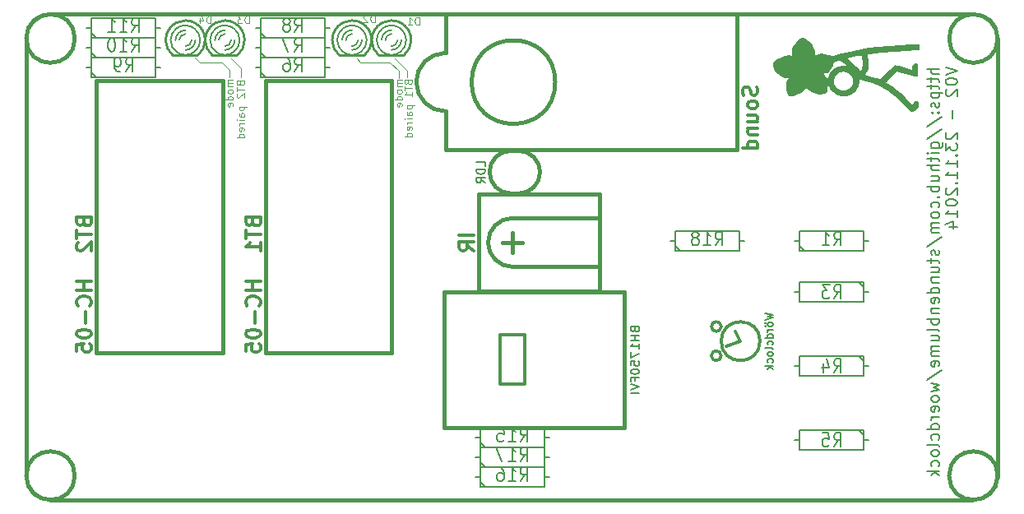
<source format=gbo>
G04 (created by PCBNEW (2013-jul-07)-stable) date So 23 Nov 2014 23:25:05 CET*
%MOIN*%
G04 Gerber Fmt 3.4, Leading zero omitted, Abs format*
%FSLAX34Y34*%
G01*
G70*
G90*
G04 APERTURE LIST*
%ADD10C,0.00590551*%
%ADD11C,0.00393701*%
%ADD12C,0.00787402*%
%ADD13C,0.015*%
%ADD14C,0.011811*%
%ADD15C,0.0001*%
%ADD16C,0.01*%
%ADD17C,0.006*%
%ADD18C,0.008*%
%ADD19C,0.0035*%
%ADD20C,0.012*%
G04 APERTURE END LIST*
G54D10*
G54D11*
X17050Y-11950D02*
X16850Y-11750D01*
X17950Y-11950D02*
X17050Y-11950D01*
X18250Y-12250D02*
X17950Y-11950D01*
X23550Y-11950D02*
X23400Y-11800D01*
X25450Y-12300D02*
X24950Y-11800D01*
X18700Y-12200D02*
X18300Y-11800D01*
X18700Y-12550D02*
X18700Y-12200D01*
X18250Y-12550D02*
X18250Y-12250D01*
X25450Y-12550D02*
X25450Y-12300D01*
X24750Y-11950D02*
X23550Y-11950D01*
X25100Y-12300D02*
X24750Y-11950D01*
X25100Y-12600D02*
X25100Y-12300D01*
G54D12*
X46991Y-12212D02*
X46518Y-12212D01*
X46991Y-12414D02*
X46743Y-12414D01*
X46698Y-12392D01*
X46676Y-12347D01*
X46676Y-12279D01*
X46698Y-12234D01*
X46721Y-12212D01*
X46676Y-12572D02*
X46676Y-12752D01*
X46518Y-12639D02*
X46923Y-12639D01*
X46968Y-12662D01*
X46991Y-12707D01*
X46991Y-12752D01*
X46676Y-12842D02*
X46676Y-13022D01*
X46518Y-12909D02*
X46923Y-12909D01*
X46968Y-12932D01*
X46991Y-12977D01*
X46991Y-13022D01*
X46676Y-13179D02*
X47148Y-13179D01*
X46698Y-13179D02*
X46676Y-13224D01*
X46676Y-13314D01*
X46698Y-13359D01*
X46721Y-13382D01*
X46766Y-13404D01*
X46901Y-13404D01*
X46946Y-13382D01*
X46968Y-13359D01*
X46991Y-13314D01*
X46991Y-13224D01*
X46968Y-13179D01*
X46968Y-13584D02*
X46991Y-13629D01*
X46991Y-13719D01*
X46968Y-13764D01*
X46923Y-13787D01*
X46901Y-13787D01*
X46856Y-13764D01*
X46833Y-13719D01*
X46833Y-13652D01*
X46811Y-13607D01*
X46766Y-13584D01*
X46743Y-13584D01*
X46698Y-13607D01*
X46676Y-13652D01*
X46676Y-13719D01*
X46698Y-13764D01*
X46946Y-13989D02*
X46968Y-14012D01*
X46991Y-13989D01*
X46968Y-13967D01*
X46946Y-13989D01*
X46991Y-13989D01*
X46698Y-13989D02*
X46721Y-14012D01*
X46743Y-13989D01*
X46721Y-13967D01*
X46698Y-13989D01*
X46743Y-13989D01*
X46496Y-14552D02*
X47103Y-14147D01*
X46496Y-15047D02*
X47103Y-14642D01*
X46676Y-15407D02*
X47058Y-15407D01*
X47103Y-15384D01*
X47126Y-15362D01*
X47148Y-15317D01*
X47148Y-15249D01*
X47126Y-15204D01*
X46968Y-15407D02*
X46991Y-15362D01*
X46991Y-15272D01*
X46968Y-15227D01*
X46946Y-15204D01*
X46901Y-15182D01*
X46766Y-15182D01*
X46721Y-15204D01*
X46698Y-15227D01*
X46676Y-15272D01*
X46676Y-15362D01*
X46698Y-15407D01*
X46991Y-15632D02*
X46676Y-15632D01*
X46518Y-15632D02*
X46541Y-15609D01*
X46563Y-15632D01*
X46541Y-15654D01*
X46518Y-15632D01*
X46563Y-15632D01*
X46676Y-15789D02*
X46676Y-15969D01*
X46518Y-15857D02*
X46923Y-15857D01*
X46968Y-15879D01*
X46991Y-15924D01*
X46991Y-15969D01*
X46991Y-16126D02*
X46518Y-16126D01*
X46991Y-16329D02*
X46743Y-16329D01*
X46698Y-16306D01*
X46676Y-16261D01*
X46676Y-16194D01*
X46698Y-16149D01*
X46721Y-16126D01*
X46676Y-16756D02*
X46991Y-16756D01*
X46676Y-16554D02*
X46923Y-16554D01*
X46968Y-16576D01*
X46991Y-16621D01*
X46991Y-16689D01*
X46968Y-16734D01*
X46946Y-16756D01*
X46991Y-16981D02*
X46518Y-16981D01*
X46698Y-16981D02*
X46676Y-17026D01*
X46676Y-17116D01*
X46698Y-17161D01*
X46721Y-17184D01*
X46766Y-17206D01*
X46901Y-17206D01*
X46946Y-17184D01*
X46968Y-17161D01*
X46991Y-17116D01*
X46991Y-17026D01*
X46968Y-16981D01*
X46946Y-17409D02*
X46968Y-17431D01*
X46991Y-17409D01*
X46968Y-17386D01*
X46946Y-17409D01*
X46991Y-17409D01*
X46968Y-17836D02*
X46991Y-17791D01*
X46991Y-17701D01*
X46968Y-17656D01*
X46946Y-17634D01*
X46901Y-17611D01*
X46766Y-17611D01*
X46721Y-17634D01*
X46698Y-17656D01*
X46676Y-17701D01*
X46676Y-17791D01*
X46698Y-17836D01*
X46991Y-18106D02*
X46968Y-18061D01*
X46946Y-18039D01*
X46901Y-18016D01*
X46766Y-18016D01*
X46721Y-18039D01*
X46698Y-18061D01*
X46676Y-18106D01*
X46676Y-18174D01*
X46698Y-18219D01*
X46721Y-18241D01*
X46766Y-18264D01*
X46901Y-18264D01*
X46946Y-18241D01*
X46968Y-18219D01*
X46991Y-18174D01*
X46991Y-18106D01*
X46991Y-18466D02*
X46676Y-18466D01*
X46721Y-18466D02*
X46698Y-18489D01*
X46676Y-18534D01*
X46676Y-18601D01*
X46698Y-18646D01*
X46743Y-18669D01*
X46991Y-18669D01*
X46743Y-18669D02*
X46698Y-18691D01*
X46676Y-18736D01*
X46676Y-18804D01*
X46698Y-18849D01*
X46743Y-18871D01*
X46991Y-18871D01*
X46496Y-19434D02*
X47103Y-19029D01*
X46968Y-19569D02*
X46991Y-19614D01*
X46991Y-19704D01*
X46968Y-19749D01*
X46923Y-19771D01*
X46901Y-19771D01*
X46856Y-19749D01*
X46833Y-19704D01*
X46833Y-19636D01*
X46811Y-19591D01*
X46766Y-19569D01*
X46743Y-19569D01*
X46698Y-19591D01*
X46676Y-19636D01*
X46676Y-19704D01*
X46698Y-19749D01*
X46676Y-19906D02*
X46676Y-20086D01*
X46518Y-19974D02*
X46923Y-19974D01*
X46968Y-19996D01*
X46991Y-20041D01*
X46991Y-20086D01*
X46676Y-20446D02*
X46991Y-20446D01*
X46676Y-20243D02*
X46923Y-20243D01*
X46968Y-20266D01*
X46991Y-20311D01*
X46991Y-20378D01*
X46968Y-20423D01*
X46946Y-20446D01*
X46676Y-20671D02*
X46991Y-20671D01*
X46721Y-20671D02*
X46698Y-20693D01*
X46676Y-20738D01*
X46676Y-20806D01*
X46698Y-20851D01*
X46743Y-20873D01*
X46991Y-20873D01*
X46991Y-21301D02*
X46518Y-21301D01*
X46968Y-21301D02*
X46991Y-21256D01*
X46991Y-21166D01*
X46968Y-21121D01*
X46946Y-21098D01*
X46901Y-21076D01*
X46766Y-21076D01*
X46721Y-21098D01*
X46698Y-21121D01*
X46676Y-21166D01*
X46676Y-21256D01*
X46698Y-21301D01*
X46968Y-21706D02*
X46991Y-21661D01*
X46991Y-21571D01*
X46968Y-21526D01*
X46923Y-21503D01*
X46743Y-21503D01*
X46698Y-21526D01*
X46676Y-21571D01*
X46676Y-21661D01*
X46698Y-21706D01*
X46743Y-21728D01*
X46788Y-21728D01*
X46833Y-21503D01*
X46676Y-21931D02*
X46991Y-21931D01*
X46721Y-21931D02*
X46698Y-21953D01*
X46676Y-21998D01*
X46676Y-22066D01*
X46698Y-22111D01*
X46743Y-22133D01*
X46991Y-22133D01*
X46991Y-22358D02*
X46518Y-22358D01*
X46698Y-22358D02*
X46676Y-22403D01*
X46676Y-22493D01*
X46698Y-22538D01*
X46721Y-22561D01*
X46766Y-22583D01*
X46901Y-22583D01*
X46946Y-22561D01*
X46968Y-22538D01*
X46991Y-22493D01*
X46991Y-22403D01*
X46968Y-22358D01*
X46991Y-22853D02*
X46968Y-22808D01*
X46923Y-22786D01*
X46518Y-22786D01*
X46676Y-23236D02*
X46991Y-23236D01*
X46676Y-23033D02*
X46923Y-23033D01*
X46968Y-23056D01*
X46991Y-23101D01*
X46991Y-23168D01*
X46968Y-23213D01*
X46946Y-23236D01*
X46991Y-23461D02*
X46676Y-23461D01*
X46721Y-23461D02*
X46698Y-23483D01*
X46676Y-23528D01*
X46676Y-23596D01*
X46698Y-23641D01*
X46743Y-23663D01*
X46991Y-23663D01*
X46743Y-23663D02*
X46698Y-23686D01*
X46676Y-23731D01*
X46676Y-23798D01*
X46698Y-23843D01*
X46743Y-23866D01*
X46991Y-23866D01*
X46968Y-24270D02*
X46991Y-24225D01*
X46991Y-24135D01*
X46968Y-24090D01*
X46923Y-24068D01*
X46743Y-24068D01*
X46698Y-24090D01*
X46676Y-24135D01*
X46676Y-24225D01*
X46698Y-24270D01*
X46743Y-24293D01*
X46788Y-24293D01*
X46833Y-24068D01*
X46496Y-24833D02*
X47103Y-24428D01*
X46676Y-24945D02*
X46991Y-25035D01*
X46766Y-25125D01*
X46991Y-25215D01*
X46676Y-25305D01*
X46991Y-25553D02*
X46968Y-25508D01*
X46946Y-25485D01*
X46901Y-25463D01*
X46766Y-25463D01*
X46721Y-25485D01*
X46698Y-25508D01*
X46676Y-25553D01*
X46676Y-25620D01*
X46698Y-25665D01*
X46721Y-25688D01*
X46766Y-25710D01*
X46901Y-25710D01*
X46946Y-25688D01*
X46968Y-25665D01*
X46991Y-25620D01*
X46991Y-25553D01*
X46968Y-26093D02*
X46991Y-26048D01*
X46991Y-25958D01*
X46968Y-25913D01*
X46923Y-25890D01*
X46743Y-25890D01*
X46698Y-25913D01*
X46676Y-25958D01*
X46676Y-26048D01*
X46698Y-26093D01*
X46743Y-26115D01*
X46788Y-26115D01*
X46833Y-25890D01*
X46991Y-26318D02*
X46676Y-26318D01*
X46766Y-26318D02*
X46721Y-26340D01*
X46698Y-26363D01*
X46676Y-26408D01*
X46676Y-26453D01*
X46991Y-26813D02*
X46518Y-26813D01*
X46968Y-26813D02*
X46991Y-26768D01*
X46991Y-26678D01*
X46968Y-26633D01*
X46946Y-26610D01*
X46901Y-26588D01*
X46766Y-26588D01*
X46721Y-26610D01*
X46698Y-26633D01*
X46676Y-26678D01*
X46676Y-26768D01*
X46698Y-26813D01*
X46968Y-27240D02*
X46991Y-27195D01*
X46991Y-27105D01*
X46968Y-27060D01*
X46946Y-27038D01*
X46901Y-27015D01*
X46766Y-27015D01*
X46721Y-27038D01*
X46698Y-27060D01*
X46676Y-27105D01*
X46676Y-27195D01*
X46698Y-27240D01*
X46991Y-27510D02*
X46968Y-27465D01*
X46923Y-27443D01*
X46518Y-27443D01*
X46991Y-27758D02*
X46968Y-27713D01*
X46946Y-27690D01*
X46901Y-27668D01*
X46766Y-27668D01*
X46721Y-27690D01*
X46698Y-27713D01*
X46676Y-27758D01*
X46676Y-27825D01*
X46698Y-27870D01*
X46721Y-27893D01*
X46766Y-27915D01*
X46901Y-27915D01*
X46946Y-27893D01*
X46968Y-27870D01*
X46991Y-27825D01*
X46991Y-27758D01*
X46968Y-28320D02*
X46991Y-28275D01*
X46991Y-28185D01*
X46968Y-28140D01*
X46946Y-28117D01*
X46901Y-28095D01*
X46766Y-28095D01*
X46721Y-28117D01*
X46698Y-28140D01*
X46676Y-28185D01*
X46676Y-28275D01*
X46698Y-28320D01*
X46991Y-28522D02*
X46518Y-28522D01*
X46811Y-28567D02*
X46991Y-28702D01*
X46676Y-28702D02*
X46856Y-28522D01*
X47258Y-12144D02*
X47731Y-12302D01*
X47258Y-12459D01*
X47258Y-12707D02*
X47258Y-12752D01*
X47281Y-12797D01*
X47303Y-12819D01*
X47348Y-12842D01*
X47438Y-12864D01*
X47551Y-12864D01*
X47641Y-12842D01*
X47686Y-12819D01*
X47708Y-12797D01*
X47731Y-12752D01*
X47731Y-12707D01*
X47708Y-12662D01*
X47686Y-12639D01*
X47641Y-12617D01*
X47551Y-12594D01*
X47438Y-12594D01*
X47348Y-12617D01*
X47303Y-12639D01*
X47281Y-12662D01*
X47258Y-12707D01*
X47303Y-13044D02*
X47281Y-13067D01*
X47258Y-13112D01*
X47258Y-13224D01*
X47281Y-13269D01*
X47303Y-13292D01*
X47348Y-13314D01*
X47393Y-13314D01*
X47461Y-13292D01*
X47731Y-13022D01*
X47731Y-13314D01*
X47551Y-13877D02*
X47551Y-14237D01*
X47303Y-14799D02*
X47281Y-14822D01*
X47258Y-14867D01*
X47258Y-14979D01*
X47281Y-15024D01*
X47303Y-15047D01*
X47348Y-15069D01*
X47393Y-15069D01*
X47461Y-15047D01*
X47731Y-14777D01*
X47731Y-15069D01*
X47258Y-15227D02*
X47258Y-15519D01*
X47438Y-15362D01*
X47438Y-15429D01*
X47461Y-15474D01*
X47483Y-15497D01*
X47528Y-15519D01*
X47641Y-15519D01*
X47686Y-15497D01*
X47708Y-15474D01*
X47731Y-15429D01*
X47731Y-15294D01*
X47708Y-15249D01*
X47686Y-15227D01*
X47686Y-15722D02*
X47708Y-15744D01*
X47731Y-15722D01*
X47708Y-15699D01*
X47686Y-15722D01*
X47731Y-15722D01*
X47731Y-16194D02*
X47731Y-15924D01*
X47731Y-16059D02*
X47258Y-16059D01*
X47326Y-16014D01*
X47371Y-15969D01*
X47393Y-15924D01*
X47731Y-16644D02*
X47731Y-16374D01*
X47731Y-16509D02*
X47258Y-16509D01*
X47326Y-16464D01*
X47371Y-16419D01*
X47393Y-16374D01*
X47686Y-16846D02*
X47708Y-16869D01*
X47731Y-16846D01*
X47708Y-16824D01*
X47686Y-16846D01*
X47731Y-16846D01*
X47303Y-17049D02*
X47281Y-17071D01*
X47258Y-17116D01*
X47258Y-17229D01*
X47281Y-17274D01*
X47303Y-17296D01*
X47348Y-17319D01*
X47393Y-17319D01*
X47461Y-17296D01*
X47731Y-17026D01*
X47731Y-17319D01*
X47258Y-17611D02*
X47258Y-17656D01*
X47281Y-17701D01*
X47303Y-17724D01*
X47348Y-17746D01*
X47438Y-17769D01*
X47551Y-17769D01*
X47641Y-17746D01*
X47686Y-17724D01*
X47708Y-17701D01*
X47731Y-17656D01*
X47731Y-17611D01*
X47708Y-17566D01*
X47686Y-17544D01*
X47641Y-17521D01*
X47551Y-17499D01*
X47438Y-17499D01*
X47348Y-17521D01*
X47303Y-17544D01*
X47281Y-17566D01*
X47258Y-17611D01*
X47731Y-18219D02*
X47731Y-17949D01*
X47731Y-18084D02*
X47258Y-18084D01*
X47326Y-18039D01*
X47371Y-17994D01*
X47393Y-17949D01*
X47416Y-18624D02*
X47731Y-18624D01*
X47236Y-18511D02*
X47573Y-18399D01*
X47573Y-18691D01*
G54D13*
X10000Y-28700D02*
X10000Y-10984D01*
X48346Y-29685D02*
X10984Y-29685D01*
X49370Y-10984D02*
X49370Y-28740D01*
X10984Y-10000D02*
X48385Y-10000D01*
X48346Y-29685D02*
G75*
G03X49370Y-28740I39J984D01*
G74*
G01*
X49370Y-10984D02*
G75*
G03X48385Y-10000I-984J0D01*
G74*
G01*
X10984Y-10000D02*
G75*
G03X10000Y-10984I0J-984D01*
G74*
G01*
X10000Y-28700D02*
G75*
G03X10984Y-29685I984J0D01*
G74*
G01*
G54D14*
X29200Y-23000D02*
X30200Y-23000D01*
X30200Y-23000D02*
X30200Y-25000D01*
X30200Y-25000D02*
X29200Y-25000D01*
X29200Y-25000D02*
X29200Y-23000D01*
G54D13*
X26950Y-21250D02*
X34250Y-21250D01*
X34250Y-21250D02*
X34250Y-26750D01*
X34250Y-26750D02*
X26950Y-26750D01*
X26950Y-26750D02*
X26950Y-21250D01*
G54D14*
X38162Y-22659D02*
G75*
G03X38162Y-22659I-196J0D01*
G74*
G01*
X38162Y-23840D02*
G75*
G03X38162Y-23840I-196J0D01*
G74*
G01*
X38950Y-23250D02*
X38753Y-22856D01*
X38950Y-23250D02*
X38359Y-23446D01*
X39737Y-23250D02*
G75*
G03X39737Y-23250I-787J0D01*
G74*
G01*
G54D15*
G36*
X41437Y-10942D02*
X41495Y-10944D01*
X41570Y-10976D01*
X41579Y-10981D01*
X41715Y-11076D01*
X41832Y-11201D01*
X41920Y-11343D01*
X41970Y-11485D01*
X41972Y-11612D01*
X41967Y-11633D01*
X41955Y-11679D01*
X41973Y-11687D01*
X42032Y-11659D01*
X42045Y-11653D01*
X42209Y-11605D01*
X42398Y-11617D01*
X42515Y-11649D01*
X42581Y-11670D01*
X42640Y-11679D01*
X42710Y-11674D01*
X42805Y-11654D01*
X42943Y-11618D01*
X43004Y-11601D01*
X43241Y-11541D01*
X43524Y-11480D01*
X43831Y-11422D01*
X44142Y-11371D01*
X44278Y-11351D01*
X44418Y-11335D01*
X44605Y-11317D01*
X44826Y-11298D01*
X45064Y-11280D01*
X45303Y-11264D01*
X45529Y-11250D01*
X45726Y-11239D01*
X45879Y-11234D01*
X45924Y-11233D01*
X46217Y-11233D01*
X46217Y-11344D01*
X46217Y-11455D01*
X45525Y-11494D01*
X45288Y-11508D01*
X45046Y-11525D01*
X44818Y-11542D01*
X44620Y-11559D01*
X44474Y-11573D01*
X44115Y-11614D01*
X44119Y-11673D01*
X43866Y-11673D01*
X43832Y-11674D01*
X43751Y-11686D01*
X43642Y-11704D01*
X43524Y-11726D01*
X43414Y-11749D01*
X43331Y-11767D01*
X43293Y-11779D01*
X43293Y-11780D01*
X43311Y-11804D01*
X43369Y-11857D01*
X43397Y-11880D01*
X42967Y-11880D01*
X42903Y-11883D01*
X42805Y-11912D01*
X42743Y-11967D01*
X42698Y-12065D01*
X42688Y-12097D01*
X42636Y-12206D01*
X42554Y-12305D01*
X42463Y-12375D01*
X42382Y-12400D01*
X42346Y-12404D01*
X42343Y-12428D01*
X42376Y-12486D01*
X42393Y-12513D01*
X42467Y-12626D01*
X42527Y-12489D01*
X42578Y-12388D01*
X42630Y-12306D01*
X42644Y-12289D01*
X42761Y-12197D01*
X42916Y-12129D01*
X43080Y-12096D01*
X43108Y-12095D01*
X43264Y-12091D01*
X43132Y-11978D01*
X43040Y-11908D01*
X42967Y-11880D01*
X43397Y-11880D01*
X43441Y-11915D01*
X43550Y-12009D01*
X43653Y-12113D01*
X43700Y-12168D01*
X43762Y-12243D01*
X43807Y-12290D01*
X43820Y-12299D01*
X43858Y-12271D01*
X43885Y-12190D01*
X43898Y-12069D01*
X43894Y-11920D01*
X43894Y-11917D01*
X43883Y-11800D01*
X43874Y-11713D01*
X43866Y-11674D01*
X43866Y-11673D01*
X44119Y-11673D01*
X44137Y-11900D01*
X44146Y-12047D01*
X44144Y-12150D01*
X44129Y-12228D01*
X44099Y-12303D01*
X44088Y-12325D01*
X44083Y-12333D01*
X43135Y-12333D01*
X42986Y-12361D01*
X42864Y-12436D01*
X42778Y-12546D01*
X42737Y-12676D01*
X42752Y-12816D01*
X42761Y-12842D01*
X42845Y-12973D01*
X42957Y-13055D01*
X43085Y-13092D01*
X43216Y-13086D01*
X43338Y-13038D01*
X43436Y-12952D01*
X43500Y-12829D01*
X43517Y-12710D01*
X43507Y-12610D01*
X43470Y-12531D01*
X43399Y-12451D01*
X43313Y-12376D01*
X43235Y-12342D01*
X43135Y-12333D01*
X44083Y-12333D01*
X44017Y-12463D01*
X44306Y-12551D01*
X44594Y-12639D01*
X44881Y-12353D01*
X44996Y-12242D01*
X45098Y-12152D01*
X45175Y-12090D01*
X45217Y-12067D01*
X45269Y-12077D01*
X45368Y-12101D01*
X45498Y-12137D01*
X45592Y-12164D01*
X45917Y-12260D01*
X45917Y-12148D01*
X45937Y-12053D01*
X45989Y-11993D01*
X46056Y-11979D01*
X46104Y-12003D01*
X46131Y-12047D01*
X46144Y-12128D01*
X46144Y-12260D01*
X46143Y-12280D01*
X46135Y-12406D01*
X46122Y-12480D01*
X46100Y-12516D01*
X46071Y-12528D01*
X46016Y-12524D01*
X45912Y-12503D01*
X45775Y-12470D01*
X45643Y-12433D01*
X45276Y-12326D01*
X45063Y-12537D01*
X44969Y-12632D01*
X44897Y-12709D01*
X44856Y-12757D01*
X44851Y-12766D01*
X44878Y-12790D01*
X44950Y-12838D01*
X45053Y-12903D01*
X45104Y-12933D01*
X45312Y-13078D01*
X45533Y-13271D01*
X45638Y-13375D01*
X45747Y-13487D01*
X45839Y-13580D01*
X45903Y-13642D01*
X45932Y-13667D01*
X45947Y-13639D01*
X45956Y-13592D01*
X45989Y-13529D01*
X46056Y-13507D01*
X46134Y-13521D01*
X46172Y-13586D01*
X46172Y-13705D01*
X46165Y-13750D01*
X46113Y-13859D01*
X46019Y-13938D01*
X45905Y-13967D01*
X45865Y-13944D01*
X45790Y-13880D01*
X45689Y-13786D01*
X45572Y-13668D01*
X45528Y-13623D01*
X45213Y-13325D01*
X44890Y-13088D01*
X44548Y-12903D01*
X44193Y-12770D01*
X44048Y-12725D01*
X43925Y-12687D01*
X43838Y-12659D01*
X43807Y-12648D01*
X43775Y-12656D01*
X43759Y-12715D01*
X43756Y-12767D01*
X43725Y-12936D01*
X43642Y-13084D01*
X43536Y-13194D01*
X43379Y-13290D01*
X43202Y-13332D01*
X43018Y-13324D01*
X42842Y-13269D01*
X42688Y-13168D01*
X42572Y-13025D01*
X42555Y-12995D01*
X42484Y-12850D01*
X42484Y-12985D01*
X42472Y-13114D01*
X42429Y-13194D01*
X42346Y-13234D01*
X42211Y-13242D01*
X42186Y-13242D01*
X41994Y-13219D01*
X41837Y-13171D01*
X41725Y-13103D01*
X41685Y-13052D01*
X41643Y-12974D01*
X41518Y-13099D01*
X41396Y-13193D01*
X41246Y-13272D01*
X41094Y-13322D01*
X40999Y-13333D01*
X40924Y-13310D01*
X40864Y-13263D01*
X40823Y-13180D01*
X40802Y-13056D01*
X40800Y-12914D01*
X40817Y-12777D01*
X40853Y-12668D01*
X40863Y-12651D01*
X40901Y-12590D01*
X40900Y-12571D01*
X40858Y-12581D01*
X40852Y-12583D01*
X40739Y-12586D01*
X40609Y-12536D01*
X40478Y-12438D01*
X40418Y-12377D01*
X40307Y-12225D01*
X40260Y-12091D01*
X40277Y-11976D01*
X40319Y-11914D01*
X40438Y-11819D01*
X40591Y-11740D01*
X40752Y-11687D01*
X40895Y-11672D01*
X40903Y-11672D01*
X41047Y-11684D01*
X41028Y-11544D01*
X41032Y-11410D01*
X41085Y-11279D01*
X41194Y-11141D01*
X41284Y-11053D01*
X41373Y-10977D01*
X41437Y-10942D01*
X41437Y-10942D01*
X41437Y-10942D01*
G37*
G54D16*
X25300Y-11670D02*
X24300Y-11670D01*
G54D17*
X24415Y-10589D02*
G75*
G02X24800Y-10450I384J-460D01*
G74*
G01*
X24800Y-10450D02*
G75*
G02X25197Y-10601I0J-599D01*
G74*
G01*
X24800Y-11649D02*
G75*
G02X24410Y-11505I0J599D01*
G74*
G01*
X25184Y-11510D02*
G75*
G02X24800Y-11650I-384J460D01*
G74*
G01*
X24450Y-11537D02*
G75*
G02X24200Y-11050I349J487D01*
G74*
G01*
X24200Y-11050D02*
G75*
G02X24439Y-10570I600J0D01*
G74*
G01*
X25399Y-11050D02*
G75*
G02X25168Y-11522I-599J0D01*
G74*
G01*
X25168Y-10576D02*
G75*
G02X25400Y-11050I-368J-473D01*
G74*
G01*
X24550Y-11050D02*
G75*
G02X24800Y-10800I250J0D01*
G74*
G01*
X24400Y-11050D02*
G75*
G02X24800Y-10650I400J0D01*
G74*
G01*
X25050Y-11050D02*
G75*
G02X24800Y-11300I-250J0D01*
G74*
G01*
X25200Y-11050D02*
G75*
G02X24800Y-11450I-400J0D01*
G74*
G01*
G54D16*
X24286Y-11663D02*
G75*
G02X24000Y-11050I513J613D01*
G74*
G01*
X24001Y-11050D02*
G75*
G02X24423Y-10345I799J0D01*
G74*
G01*
X25598Y-11051D02*
G75*
G02X25315Y-11660I-798J1D01*
G74*
G01*
X25197Y-10355D02*
G75*
G02X25600Y-11050I-397J-694D01*
G74*
G01*
X24420Y-10345D02*
G75*
G02X24800Y-10250I379J-704D01*
G74*
G01*
X24800Y-10250D02*
G75*
G02X25218Y-10368I0J-799D01*
G74*
G01*
X18550Y-11670D02*
X17550Y-11670D01*
G54D17*
X17665Y-10589D02*
G75*
G02X18050Y-10450I384J-460D01*
G74*
G01*
X18050Y-10450D02*
G75*
G02X18447Y-10601I0J-599D01*
G74*
G01*
X18050Y-11649D02*
G75*
G02X17660Y-11505I0J599D01*
G74*
G01*
X18434Y-11510D02*
G75*
G02X18050Y-11650I-384J460D01*
G74*
G01*
X17700Y-11537D02*
G75*
G02X17450Y-11050I349J487D01*
G74*
G01*
X17450Y-11050D02*
G75*
G02X17689Y-10570I600J0D01*
G74*
G01*
X18649Y-11050D02*
G75*
G02X18418Y-11522I-599J0D01*
G74*
G01*
X18418Y-10576D02*
G75*
G02X18650Y-11050I-368J-473D01*
G74*
G01*
X17800Y-11050D02*
G75*
G02X18050Y-10800I250J0D01*
G74*
G01*
X17650Y-11050D02*
G75*
G02X18050Y-10650I400J0D01*
G74*
G01*
X18300Y-11050D02*
G75*
G02X18050Y-11300I-250J0D01*
G74*
G01*
X18450Y-11050D02*
G75*
G02X18050Y-11450I-400J0D01*
G74*
G01*
G54D16*
X17536Y-11663D02*
G75*
G02X17250Y-11050I513J613D01*
G74*
G01*
X17251Y-11050D02*
G75*
G02X17673Y-10345I799J0D01*
G74*
G01*
X18848Y-11051D02*
G75*
G02X18565Y-11660I-798J1D01*
G74*
G01*
X18447Y-10355D02*
G75*
G02X18850Y-11050I-397J-694D01*
G74*
G01*
X17670Y-10345D02*
G75*
G02X18050Y-10250I379J-704D01*
G74*
G01*
X18050Y-10250D02*
G75*
G02X18468Y-10368I0J-799D01*
G74*
G01*
X23700Y-11670D02*
X22700Y-11670D01*
G54D17*
X22815Y-10589D02*
G75*
G02X23200Y-10450I384J-460D01*
G74*
G01*
X23200Y-10450D02*
G75*
G02X23597Y-10601I0J-599D01*
G74*
G01*
X23200Y-11649D02*
G75*
G02X22810Y-11505I0J599D01*
G74*
G01*
X23584Y-11510D02*
G75*
G02X23200Y-11650I-384J460D01*
G74*
G01*
X22850Y-11537D02*
G75*
G02X22600Y-11050I349J487D01*
G74*
G01*
X22600Y-11050D02*
G75*
G02X22839Y-10570I600J0D01*
G74*
G01*
X23799Y-11050D02*
G75*
G02X23568Y-11522I-599J0D01*
G74*
G01*
X23568Y-10576D02*
G75*
G02X23800Y-11050I-368J-473D01*
G74*
G01*
X22950Y-11050D02*
G75*
G02X23200Y-10800I250J0D01*
G74*
G01*
X22800Y-11050D02*
G75*
G02X23200Y-10650I400J0D01*
G74*
G01*
X23450Y-11050D02*
G75*
G02X23200Y-11300I-250J0D01*
G74*
G01*
X23600Y-11050D02*
G75*
G02X23200Y-11450I-400J0D01*
G74*
G01*
G54D16*
X22686Y-11663D02*
G75*
G02X22400Y-11050I513J613D01*
G74*
G01*
X22401Y-11050D02*
G75*
G02X22823Y-10345I799J0D01*
G74*
G01*
X23998Y-11051D02*
G75*
G02X23715Y-11660I-798J1D01*
G74*
G01*
X23597Y-10355D02*
G75*
G02X24000Y-11050I-397J-694D01*
G74*
G01*
X22820Y-10345D02*
G75*
G02X23200Y-10250I379J-704D01*
G74*
G01*
X23200Y-10250D02*
G75*
G02X23618Y-10368I0J-799D01*
G74*
G01*
X16950Y-11670D02*
X15950Y-11670D01*
G54D17*
X16065Y-10589D02*
G75*
G02X16450Y-10450I384J-460D01*
G74*
G01*
X16450Y-10450D02*
G75*
G02X16847Y-10601I0J-599D01*
G74*
G01*
X16450Y-11649D02*
G75*
G02X16060Y-11505I0J599D01*
G74*
G01*
X16834Y-11510D02*
G75*
G02X16450Y-11650I-384J460D01*
G74*
G01*
X16100Y-11537D02*
G75*
G02X15850Y-11050I349J487D01*
G74*
G01*
X15850Y-11050D02*
G75*
G02X16089Y-10570I600J0D01*
G74*
G01*
X17049Y-11050D02*
G75*
G02X16818Y-11522I-599J0D01*
G74*
G01*
X16818Y-10576D02*
G75*
G02X17050Y-11050I-368J-473D01*
G74*
G01*
X16200Y-11050D02*
G75*
G02X16450Y-10800I250J0D01*
G74*
G01*
X16050Y-11050D02*
G75*
G02X16450Y-10650I400J0D01*
G74*
G01*
X16700Y-11050D02*
G75*
G02X16450Y-11300I-250J0D01*
G74*
G01*
X16850Y-11050D02*
G75*
G02X16450Y-11450I-400J0D01*
G74*
G01*
G54D16*
X15936Y-11663D02*
G75*
G02X15650Y-11050I513J613D01*
G74*
G01*
X15651Y-11050D02*
G75*
G02X16073Y-10345I799J0D01*
G74*
G01*
X17248Y-11051D02*
G75*
G02X16965Y-11660I-798J1D01*
G74*
G01*
X16847Y-10355D02*
G75*
G02X17250Y-11050I-397J-694D01*
G74*
G01*
X16070Y-10345D02*
G75*
G02X16450Y-10250I379J-704D01*
G74*
G01*
X16450Y-10250D02*
G75*
G02X16868Y-10368I0J-799D01*
G74*
G01*
G54D13*
X29306Y-19250D02*
X30093Y-19250D01*
X29700Y-18856D02*
X29700Y-19643D01*
X29700Y-20234D02*
X33243Y-20234D01*
X29700Y-18265D02*
X33243Y-18265D01*
X28715Y-19250D02*
G75*
G02X29700Y-18265I984J0D01*
G74*
G01*
X29700Y-20234D02*
G75*
G02X28715Y-19250I0J984D01*
G74*
G01*
X33243Y-17281D02*
X28322Y-17281D01*
X28322Y-17281D02*
X28322Y-21218D01*
X28322Y-21218D02*
X33243Y-21218D01*
X33243Y-21218D02*
X33243Y-17281D01*
X11968Y-10984D02*
G75*
G03X11968Y-10984I-984J0D01*
G74*
G01*
X11968Y-28700D02*
G75*
G03X11968Y-28700I-984J0D01*
G74*
G01*
X49370Y-10984D02*
G75*
G03X49370Y-10984I-984J0D01*
G74*
G01*
X49370Y-28700D02*
G75*
G03X49370Y-28700I-984J0D01*
G74*
G01*
G54D18*
X28200Y-28750D02*
X28400Y-28750D01*
X31200Y-28750D02*
X31000Y-28750D01*
X31000Y-28750D02*
X31000Y-29150D01*
X31000Y-29150D02*
X28400Y-29150D01*
X28400Y-29150D02*
X28400Y-28350D01*
X28400Y-28350D02*
X31000Y-28350D01*
X31000Y-28350D02*
X31000Y-28750D01*
X28400Y-28950D02*
X28600Y-29150D01*
X28200Y-27150D02*
X28400Y-27150D01*
X31200Y-27150D02*
X31000Y-27150D01*
X31000Y-27150D02*
X31000Y-27550D01*
X31000Y-27550D02*
X28400Y-27550D01*
X28400Y-27550D02*
X28400Y-26750D01*
X28400Y-26750D02*
X31000Y-26750D01*
X31000Y-26750D02*
X31000Y-27150D01*
X28400Y-27350D02*
X28600Y-27550D01*
X28200Y-27950D02*
X28400Y-27950D01*
X31200Y-27950D02*
X31000Y-27950D01*
X31000Y-27950D02*
X31000Y-28350D01*
X31000Y-28350D02*
X28400Y-28350D01*
X28400Y-28350D02*
X28400Y-27550D01*
X28400Y-27550D02*
X31000Y-27550D01*
X31000Y-27550D02*
X31000Y-27950D01*
X28400Y-28150D02*
X28600Y-28350D01*
X41150Y-19200D02*
X41350Y-19200D01*
X44150Y-19200D02*
X43950Y-19200D01*
X43950Y-19200D02*
X43950Y-19600D01*
X43950Y-19600D02*
X41350Y-19600D01*
X41350Y-19600D02*
X41350Y-18800D01*
X41350Y-18800D02*
X43950Y-18800D01*
X43950Y-18800D02*
X43950Y-19200D01*
X41350Y-19400D02*
X41550Y-19600D01*
X44150Y-27250D02*
X43950Y-27250D01*
X41150Y-27250D02*
X41350Y-27250D01*
X41350Y-27250D02*
X41350Y-26850D01*
X41350Y-26850D02*
X43950Y-26850D01*
X43950Y-26850D02*
X43950Y-27650D01*
X43950Y-27650D02*
X41350Y-27650D01*
X41350Y-27650D02*
X41350Y-27250D01*
X43950Y-27050D02*
X43750Y-26850D01*
X44150Y-21250D02*
X43950Y-21250D01*
X41150Y-21250D02*
X41350Y-21250D01*
X41350Y-21250D02*
X41350Y-20850D01*
X41350Y-20850D02*
X43950Y-20850D01*
X43950Y-20850D02*
X43950Y-21650D01*
X43950Y-21650D02*
X41350Y-21650D01*
X41350Y-21650D02*
X41350Y-21250D01*
X43950Y-21050D02*
X43750Y-20850D01*
X44150Y-24250D02*
X43950Y-24250D01*
X41150Y-24250D02*
X41350Y-24250D01*
X41350Y-24250D02*
X41350Y-23850D01*
X41350Y-23850D02*
X43950Y-23850D01*
X43950Y-23850D02*
X43950Y-24650D01*
X43950Y-24650D02*
X41350Y-24650D01*
X41350Y-24650D02*
X41350Y-24250D01*
X43950Y-24050D02*
X43750Y-23850D01*
X19300Y-10550D02*
X19500Y-10550D01*
X22300Y-10550D02*
X22100Y-10550D01*
X22100Y-10550D02*
X22100Y-10950D01*
X22100Y-10950D02*
X19500Y-10950D01*
X19500Y-10950D02*
X19500Y-10150D01*
X19500Y-10150D02*
X22100Y-10150D01*
X22100Y-10150D02*
X22100Y-10550D01*
X19500Y-10750D02*
X19700Y-10950D01*
X19300Y-11350D02*
X19500Y-11350D01*
X22300Y-11350D02*
X22100Y-11350D01*
X22100Y-11350D02*
X22100Y-11750D01*
X22100Y-11750D02*
X19500Y-11750D01*
X19500Y-11750D02*
X19500Y-10950D01*
X19500Y-10950D02*
X22100Y-10950D01*
X22100Y-10950D02*
X22100Y-11350D01*
X19500Y-11550D02*
X19700Y-11750D01*
X19300Y-12150D02*
X19500Y-12150D01*
X22300Y-12150D02*
X22100Y-12150D01*
X22100Y-12150D02*
X22100Y-12550D01*
X22100Y-12550D02*
X19500Y-12550D01*
X19500Y-12550D02*
X19500Y-11750D01*
X19500Y-11750D02*
X22100Y-11750D01*
X22100Y-11750D02*
X22100Y-12150D01*
X19500Y-12350D02*
X19700Y-12550D01*
X36100Y-19200D02*
X36300Y-19200D01*
X39100Y-19200D02*
X38900Y-19200D01*
X38900Y-19200D02*
X38900Y-19600D01*
X38900Y-19600D02*
X36300Y-19600D01*
X36300Y-19600D02*
X36300Y-18800D01*
X36300Y-18800D02*
X38900Y-18800D01*
X38900Y-18800D02*
X38900Y-19200D01*
X36300Y-19400D02*
X36500Y-19600D01*
X12450Y-10550D02*
X12650Y-10550D01*
X15450Y-10550D02*
X15250Y-10550D01*
X15250Y-10550D02*
X15250Y-10950D01*
X15250Y-10950D02*
X12650Y-10950D01*
X12650Y-10950D02*
X12650Y-10150D01*
X12650Y-10150D02*
X15250Y-10150D01*
X15250Y-10150D02*
X15250Y-10550D01*
X12650Y-10750D02*
X12850Y-10950D01*
X12450Y-11350D02*
X12650Y-11350D01*
X15450Y-11350D02*
X15250Y-11350D01*
X15250Y-11350D02*
X15250Y-11750D01*
X15250Y-11750D02*
X12650Y-11750D01*
X12650Y-11750D02*
X12650Y-10950D01*
X12650Y-10950D02*
X15250Y-10950D01*
X15250Y-10950D02*
X15250Y-11350D01*
X12650Y-11550D02*
X12850Y-11750D01*
X12450Y-12150D02*
X12650Y-12150D01*
X15450Y-12150D02*
X15250Y-12150D01*
X15250Y-12150D02*
X15250Y-12550D01*
X15250Y-12550D02*
X12650Y-12550D01*
X12650Y-12550D02*
X12650Y-11750D01*
X12650Y-11750D02*
X15250Y-11750D01*
X15250Y-11750D02*
X15250Y-12150D01*
X12650Y-12350D02*
X12850Y-12550D01*
G54D13*
X29957Y-17266D02*
X29642Y-17266D01*
X29957Y-15533D02*
X29642Y-15533D01*
X29642Y-17266D02*
G75*
G02X28776Y-16400I0J866D01*
G74*
G01*
X30823Y-16400D02*
G75*
G02X29957Y-17266I-866J0D01*
G74*
G01*
X28776Y-16400D02*
G75*
G02X29642Y-15533I866J0D01*
G74*
G01*
X29957Y-15533D02*
G75*
G02X30823Y-16400I0J-866D01*
G74*
G01*
X17959Y-12688D02*
X17959Y-23711D01*
X17959Y-23711D02*
X12840Y-23711D01*
X12840Y-23711D02*
X12840Y-12688D01*
X12840Y-12688D02*
X17959Y-12688D01*
X24809Y-12688D02*
X24809Y-23711D01*
X24809Y-23711D02*
X19690Y-23711D01*
X19690Y-23711D02*
X19690Y-12688D01*
X19690Y-12688D02*
X24809Y-12688D01*
X31438Y-12750D02*
G75*
G03X31438Y-12750I-1693J0D01*
G74*
G01*
X38800Y-9994D02*
X26988Y-9994D01*
X26988Y-15505D02*
X38800Y-15505D01*
X26988Y-11568D02*
X26988Y-9994D01*
X26988Y-13931D02*
X26988Y-15505D01*
X25807Y-12750D02*
G75*
G02X26988Y-11568I1181J0D01*
G74*
G01*
X26988Y-13931D02*
G75*
G02X25807Y-12750I0J1181D01*
G74*
G01*
X38800Y-9994D02*
X38800Y-15505D01*
G54D10*
X34657Y-22776D02*
X34674Y-22827D01*
X34691Y-22844D01*
X34725Y-22861D01*
X34775Y-22861D01*
X34809Y-22844D01*
X34826Y-22827D01*
X34843Y-22793D01*
X34843Y-22658D01*
X34489Y-22658D01*
X34489Y-22776D01*
X34505Y-22810D01*
X34522Y-22827D01*
X34556Y-22844D01*
X34590Y-22844D01*
X34624Y-22827D01*
X34640Y-22810D01*
X34657Y-22776D01*
X34657Y-22658D01*
X34843Y-23012D02*
X34489Y-23012D01*
X34657Y-23012D02*
X34657Y-23215D01*
X34843Y-23215D02*
X34489Y-23215D01*
X34843Y-23569D02*
X34843Y-23367D01*
X34843Y-23468D02*
X34489Y-23468D01*
X34539Y-23434D01*
X34573Y-23401D01*
X34590Y-23367D01*
X34489Y-23687D02*
X34489Y-23924D01*
X34843Y-23772D01*
X34489Y-24227D02*
X34489Y-24059D01*
X34657Y-24042D01*
X34640Y-24059D01*
X34624Y-24092D01*
X34624Y-24177D01*
X34640Y-24210D01*
X34657Y-24227D01*
X34691Y-24244D01*
X34775Y-24244D01*
X34809Y-24227D01*
X34826Y-24210D01*
X34843Y-24177D01*
X34843Y-24092D01*
X34826Y-24059D01*
X34809Y-24042D01*
X34489Y-24464D02*
X34489Y-24497D01*
X34505Y-24531D01*
X34522Y-24548D01*
X34556Y-24565D01*
X34624Y-24582D01*
X34708Y-24582D01*
X34775Y-24565D01*
X34809Y-24548D01*
X34826Y-24531D01*
X34843Y-24497D01*
X34843Y-24464D01*
X34826Y-24430D01*
X34809Y-24413D01*
X34775Y-24396D01*
X34708Y-24379D01*
X34624Y-24379D01*
X34556Y-24396D01*
X34522Y-24413D01*
X34505Y-24430D01*
X34489Y-24464D01*
X34657Y-24852D02*
X34657Y-24733D01*
X34843Y-24733D02*
X34489Y-24733D01*
X34489Y-24902D01*
X34489Y-24987D02*
X34843Y-25105D01*
X34489Y-25223D01*
X34843Y-25341D02*
X34489Y-25341D01*
X39943Y-22110D02*
X40258Y-22185D01*
X40033Y-22245D01*
X40258Y-22305D01*
X39943Y-22380D01*
X40258Y-22545D02*
X40243Y-22515D01*
X40228Y-22500D01*
X40198Y-22485D01*
X40108Y-22485D01*
X40078Y-22500D01*
X40063Y-22515D01*
X40048Y-22545D01*
X40048Y-22590D01*
X40063Y-22620D01*
X40078Y-22635D01*
X40108Y-22650D01*
X40198Y-22650D01*
X40228Y-22635D01*
X40243Y-22620D01*
X40258Y-22590D01*
X40258Y-22545D01*
X39943Y-22515D02*
X39958Y-22530D01*
X39973Y-22515D01*
X39958Y-22500D01*
X39943Y-22515D01*
X39973Y-22515D01*
X39943Y-22635D02*
X39958Y-22650D01*
X39973Y-22635D01*
X39958Y-22620D01*
X39943Y-22635D01*
X39973Y-22635D01*
X40258Y-22785D02*
X40048Y-22785D01*
X40108Y-22785D02*
X40078Y-22800D01*
X40063Y-22815D01*
X40048Y-22845D01*
X40048Y-22875D01*
X40258Y-23115D02*
X39943Y-23115D01*
X40243Y-23115D02*
X40258Y-23085D01*
X40258Y-23025D01*
X40243Y-22995D01*
X40228Y-22980D01*
X40198Y-22965D01*
X40108Y-22965D01*
X40078Y-22980D01*
X40063Y-22995D01*
X40048Y-23025D01*
X40048Y-23085D01*
X40063Y-23115D01*
X40243Y-23399D02*
X40258Y-23369D01*
X40258Y-23309D01*
X40243Y-23279D01*
X40228Y-23264D01*
X40198Y-23250D01*
X40108Y-23250D01*
X40078Y-23264D01*
X40063Y-23279D01*
X40048Y-23309D01*
X40048Y-23369D01*
X40063Y-23399D01*
X40258Y-23579D02*
X40243Y-23549D01*
X40213Y-23534D01*
X39943Y-23534D01*
X40258Y-23744D02*
X40243Y-23714D01*
X40228Y-23699D01*
X40198Y-23684D01*
X40108Y-23684D01*
X40078Y-23699D01*
X40063Y-23714D01*
X40048Y-23744D01*
X40048Y-23789D01*
X40063Y-23819D01*
X40078Y-23834D01*
X40108Y-23849D01*
X40198Y-23849D01*
X40228Y-23834D01*
X40243Y-23819D01*
X40258Y-23789D01*
X40258Y-23744D01*
X40243Y-24119D02*
X40258Y-24089D01*
X40258Y-24029D01*
X40243Y-23999D01*
X40228Y-23984D01*
X40198Y-23969D01*
X40108Y-23969D01*
X40078Y-23984D01*
X40063Y-23999D01*
X40048Y-24029D01*
X40048Y-24089D01*
X40063Y-24119D01*
X40258Y-24254D02*
X39943Y-24254D01*
X40138Y-24284D02*
X40258Y-24374D01*
X40048Y-24374D02*
X40168Y-24254D01*
G54D19*
X25921Y-10421D02*
X25921Y-10121D01*
X25850Y-10121D01*
X25807Y-10135D01*
X25778Y-10164D01*
X25764Y-10192D01*
X25750Y-10250D01*
X25750Y-10292D01*
X25764Y-10350D01*
X25778Y-10378D01*
X25807Y-10407D01*
X25850Y-10421D01*
X25921Y-10421D01*
X25464Y-10421D02*
X25635Y-10421D01*
X25550Y-10421D02*
X25550Y-10121D01*
X25578Y-10164D01*
X25607Y-10192D01*
X25635Y-10207D01*
X25464Y-12750D02*
X25478Y-12792D01*
X25492Y-12807D01*
X25521Y-12821D01*
X25564Y-12821D01*
X25592Y-12807D01*
X25607Y-12792D01*
X25621Y-12764D01*
X25621Y-12650D01*
X25321Y-12650D01*
X25321Y-12750D01*
X25335Y-12778D01*
X25350Y-12792D01*
X25378Y-12807D01*
X25407Y-12807D01*
X25435Y-12792D01*
X25450Y-12778D01*
X25464Y-12750D01*
X25464Y-12650D01*
X25321Y-12907D02*
X25321Y-13078D01*
X25621Y-12992D02*
X25321Y-12992D01*
X25621Y-13335D02*
X25621Y-13164D01*
X25621Y-13250D02*
X25321Y-13250D01*
X25364Y-13221D01*
X25392Y-13192D01*
X25407Y-13164D01*
X25421Y-13692D02*
X25721Y-13692D01*
X25435Y-13692D02*
X25421Y-13721D01*
X25421Y-13778D01*
X25435Y-13807D01*
X25450Y-13821D01*
X25478Y-13835D01*
X25564Y-13835D01*
X25592Y-13821D01*
X25607Y-13807D01*
X25621Y-13778D01*
X25621Y-13721D01*
X25607Y-13692D01*
X25621Y-14092D02*
X25464Y-14092D01*
X25435Y-14078D01*
X25421Y-14050D01*
X25421Y-13992D01*
X25435Y-13964D01*
X25607Y-14092D02*
X25621Y-14064D01*
X25621Y-13992D01*
X25607Y-13964D01*
X25578Y-13950D01*
X25550Y-13950D01*
X25521Y-13964D01*
X25507Y-13992D01*
X25507Y-14064D01*
X25492Y-14092D01*
X25621Y-14235D02*
X25421Y-14235D01*
X25321Y-14235D02*
X25335Y-14221D01*
X25350Y-14235D01*
X25335Y-14250D01*
X25321Y-14235D01*
X25350Y-14235D01*
X25621Y-14378D02*
X25421Y-14378D01*
X25478Y-14378D02*
X25450Y-14392D01*
X25435Y-14407D01*
X25421Y-14435D01*
X25421Y-14464D01*
X25607Y-14678D02*
X25621Y-14650D01*
X25621Y-14592D01*
X25607Y-14564D01*
X25578Y-14550D01*
X25464Y-14550D01*
X25435Y-14564D01*
X25421Y-14592D01*
X25421Y-14650D01*
X25435Y-14678D01*
X25464Y-14692D01*
X25492Y-14692D01*
X25521Y-14550D01*
X25621Y-14950D02*
X25321Y-14950D01*
X25607Y-14950D02*
X25621Y-14921D01*
X25621Y-14864D01*
X25607Y-14835D01*
X25592Y-14821D01*
X25564Y-14807D01*
X25478Y-14807D01*
X25450Y-14821D01*
X25435Y-14835D01*
X25421Y-14864D01*
X25421Y-14921D01*
X25435Y-14950D01*
X19021Y-10371D02*
X19021Y-10071D01*
X18950Y-10071D01*
X18907Y-10085D01*
X18878Y-10114D01*
X18864Y-10142D01*
X18850Y-10200D01*
X18850Y-10242D01*
X18864Y-10300D01*
X18878Y-10328D01*
X18907Y-10357D01*
X18950Y-10371D01*
X19021Y-10371D01*
X18750Y-10071D02*
X18564Y-10071D01*
X18664Y-10185D01*
X18621Y-10185D01*
X18592Y-10200D01*
X18578Y-10214D01*
X18564Y-10242D01*
X18564Y-10314D01*
X18578Y-10342D01*
X18592Y-10357D01*
X18621Y-10371D01*
X18707Y-10371D01*
X18735Y-10357D01*
X18750Y-10342D01*
X18664Y-12800D02*
X18678Y-12842D01*
X18692Y-12857D01*
X18721Y-12871D01*
X18764Y-12871D01*
X18792Y-12857D01*
X18807Y-12842D01*
X18821Y-12814D01*
X18821Y-12700D01*
X18521Y-12700D01*
X18521Y-12800D01*
X18535Y-12828D01*
X18550Y-12842D01*
X18578Y-12857D01*
X18607Y-12857D01*
X18635Y-12842D01*
X18650Y-12828D01*
X18664Y-12800D01*
X18664Y-12700D01*
X18521Y-12957D02*
X18521Y-13128D01*
X18821Y-13042D02*
X18521Y-13042D01*
X18550Y-13214D02*
X18535Y-13228D01*
X18521Y-13257D01*
X18521Y-13328D01*
X18535Y-13357D01*
X18550Y-13371D01*
X18578Y-13385D01*
X18607Y-13385D01*
X18650Y-13371D01*
X18821Y-13200D01*
X18821Y-13385D01*
X18621Y-13742D02*
X18921Y-13742D01*
X18635Y-13742D02*
X18621Y-13771D01*
X18621Y-13828D01*
X18635Y-13857D01*
X18650Y-13871D01*
X18678Y-13885D01*
X18764Y-13885D01*
X18792Y-13871D01*
X18807Y-13857D01*
X18821Y-13828D01*
X18821Y-13771D01*
X18807Y-13742D01*
X18821Y-14142D02*
X18664Y-14142D01*
X18635Y-14128D01*
X18621Y-14100D01*
X18621Y-14042D01*
X18635Y-14014D01*
X18807Y-14142D02*
X18821Y-14114D01*
X18821Y-14042D01*
X18807Y-14014D01*
X18778Y-14000D01*
X18750Y-14000D01*
X18721Y-14014D01*
X18707Y-14042D01*
X18707Y-14114D01*
X18692Y-14142D01*
X18821Y-14285D02*
X18621Y-14285D01*
X18521Y-14285D02*
X18535Y-14271D01*
X18550Y-14285D01*
X18535Y-14300D01*
X18521Y-14285D01*
X18550Y-14285D01*
X18821Y-14428D02*
X18621Y-14428D01*
X18678Y-14428D02*
X18650Y-14442D01*
X18635Y-14457D01*
X18621Y-14485D01*
X18621Y-14514D01*
X18807Y-14728D02*
X18821Y-14700D01*
X18821Y-14642D01*
X18807Y-14614D01*
X18778Y-14600D01*
X18664Y-14600D01*
X18635Y-14614D01*
X18621Y-14642D01*
X18621Y-14700D01*
X18635Y-14728D01*
X18664Y-14742D01*
X18692Y-14742D01*
X18721Y-14600D01*
X18821Y-15000D02*
X18521Y-15000D01*
X18807Y-15000D02*
X18821Y-14971D01*
X18821Y-14914D01*
X18807Y-14885D01*
X18792Y-14871D01*
X18764Y-14857D01*
X18678Y-14857D01*
X18650Y-14871D01*
X18635Y-14885D01*
X18621Y-14914D01*
X18621Y-14971D01*
X18635Y-15000D01*
X24121Y-10321D02*
X24121Y-10021D01*
X24050Y-10021D01*
X24007Y-10035D01*
X23978Y-10064D01*
X23964Y-10092D01*
X23950Y-10150D01*
X23950Y-10192D01*
X23964Y-10250D01*
X23978Y-10278D01*
X24007Y-10307D01*
X24050Y-10321D01*
X24121Y-10321D01*
X23835Y-10050D02*
X23821Y-10035D01*
X23792Y-10021D01*
X23721Y-10021D01*
X23692Y-10035D01*
X23678Y-10050D01*
X23664Y-10078D01*
X23664Y-10107D01*
X23678Y-10150D01*
X23850Y-10321D01*
X23664Y-10321D01*
X25221Y-12671D02*
X25021Y-12671D01*
X25050Y-12671D02*
X25035Y-12685D01*
X25021Y-12714D01*
X25021Y-12757D01*
X25035Y-12785D01*
X25064Y-12800D01*
X25221Y-12800D01*
X25064Y-12800D02*
X25035Y-12814D01*
X25021Y-12842D01*
X25021Y-12885D01*
X25035Y-12914D01*
X25064Y-12928D01*
X25221Y-12928D01*
X25221Y-13114D02*
X25207Y-13085D01*
X25192Y-13071D01*
X25164Y-13057D01*
X25078Y-13057D01*
X25050Y-13071D01*
X25035Y-13085D01*
X25021Y-13114D01*
X25021Y-13157D01*
X25035Y-13185D01*
X25050Y-13200D01*
X25078Y-13214D01*
X25164Y-13214D01*
X25192Y-13200D01*
X25207Y-13185D01*
X25221Y-13157D01*
X25221Y-13114D01*
X25221Y-13471D02*
X24921Y-13471D01*
X25207Y-13471D02*
X25221Y-13442D01*
X25221Y-13385D01*
X25207Y-13357D01*
X25192Y-13342D01*
X25164Y-13328D01*
X25078Y-13328D01*
X25050Y-13342D01*
X25035Y-13357D01*
X25021Y-13385D01*
X25021Y-13442D01*
X25035Y-13471D01*
X25207Y-13728D02*
X25221Y-13700D01*
X25221Y-13642D01*
X25207Y-13614D01*
X25178Y-13600D01*
X25064Y-13600D01*
X25035Y-13614D01*
X25021Y-13642D01*
X25021Y-13700D01*
X25035Y-13728D01*
X25064Y-13742D01*
X25092Y-13742D01*
X25121Y-13600D01*
X17471Y-10371D02*
X17471Y-10071D01*
X17400Y-10071D01*
X17357Y-10085D01*
X17328Y-10114D01*
X17314Y-10142D01*
X17300Y-10200D01*
X17300Y-10242D01*
X17314Y-10300D01*
X17328Y-10328D01*
X17357Y-10357D01*
X17400Y-10371D01*
X17471Y-10371D01*
X17042Y-10171D02*
X17042Y-10371D01*
X17114Y-10057D02*
X17185Y-10271D01*
X17000Y-10271D01*
X18371Y-12671D02*
X18171Y-12671D01*
X18200Y-12671D02*
X18185Y-12685D01*
X18171Y-12714D01*
X18171Y-12757D01*
X18185Y-12785D01*
X18214Y-12800D01*
X18371Y-12800D01*
X18214Y-12800D02*
X18185Y-12814D01*
X18171Y-12842D01*
X18171Y-12885D01*
X18185Y-12914D01*
X18214Y-12928D01*
X18371Y-12928D01*
X18371Y-13114D02*
X18357Y-13085D01*
X18342Y-13071D01*
X18314Y-13057D01*
X18228Y-13057D01*
X18200Y-13071D01*
X18185Y-13085D01*
X18171Y-13114D01*
X18171Y-13157D01*
X18185Y-13185D01*
X18200Y-13200D01*
X18228Y-13214D01*
X18314Y-13214D01*
X18342Y-13200D01*
X18357Y-13185D01*
X18371Y-13157D01*
X18371Y-13114D01*
X18371Y-13471D02*
X18071Y-13471D01*
X18357Y-13471D02*
X18371Y-13442D01*
X18371Y-13385D01*
X18357Y-13357D01*
X18342Y-13342D01*
X18314Y-13328D01*
X18228Y-13328D01*
X18200Y-13342D01*
X18185Y-13357D01*
X18171Y-13385D01*
X18171Y-13442D01*
X18185Y-13471D01*
X18357Y-13728D02*
X18371Y-13700D01*
X18371Y-13642D01*
X18357Y-13614D01*
X18328Y-13600D01*
X18214Y-13600D01*
X18185Y-13614D01*
X18171Y-13642D01*
X18171Y-13700D01*
X18185Y-13728D01*
X18214Y-13742D01*
X18242Y-13742D01*
X18271Y-13600D01*
G54D20*
X28142Y-18950D02*
X27542Y-18950D01*
X28142Y-19578D02*
X27857Y-19378D01*
X28142Y-19235D02*
X27542Y-19235D01*
X27542Y-19464D01*
X27571Y-19521D01*
X27600Y-19550D01*
X27657Y-19578D01*
X27742Y-19578D01*
X27800Y-19550D01*
X27828Y-19521D01*
X27857Y-19464D01*
X27857Y-19235D01*
G54D18*
X30021Y-28922D02*
X30188Y-28660D01*
X30307Y-28922D02*
X30307Y-28372D01*
X30116Y-28372D01*
X30069Y-28398D01*
X30045Y-28425D01*
X30021Y-28477D01*
X30021Y-28555D01*
X30045Y-28608D01*
X30069Y-28634D01*
X30116Y-28660D01*
X30307Y-28660D01*
X29545Y-28922D02*
X29830Y-28922D01*
X29688Y-28922D02*
X29688Y-28372D01*
X29735Y-28451D01*
X29783Y-28503D01*
X29830Y-28529D01*
X29116Y-28372D02*
X29211Y-28372D01*
X29259Y-28398D01*
X29283Y-28425D01*
X29330Y-28503D01*
X29354Y-28608D01*
X29354Y-28817D01*
X29330Y-28870D01*
X29307Y-28896D01*
X29259Y-28922D01*
X29164Y-28922D01*
X29116Y-28896D01*
X29092Y-28870D01*
X29069Y-28817D01*
X29069Y-28686D01*
X29092Y-28634D01*
X29116Y-28608D01*
X29164Y-28582D01*
X29259Y-28582D01*
X29307Y-28608D01*
X29330Y-28634D01*
X29354Y-28686D01*
X30021Y-27322D02*
X30188Y-27060D01*
X30307Y-27322D02*
X30307Y-26772D01*
X30116Y-26772D01*
X30069Y-26798D01*
X30045Y-26825D01*
X30021Y-26877D01*
X30021Y-26955D01*
X30045Y-27008D01*
X30069Y-27034D01*
X30116Y-27060D01*
X30307Y-27060D01*
X29545Y-27322D02*
X29830Y-27322D01*
X29688Y-27322D02*
X29688Y-26772D01*
X29735Y-26851D01*
X29783Y-26903D01*
X29830Y-26929D01*
X29092Y-26772D02*
X29330Y-26772D01*
X29354Y-27034D01*
X29330Y-27008D01*
X29283Y-26982D01*
X29164Y-26982D01*
X29116Y-27008D01*
X29092Y-27034D01*
X29069Y-27086D01*
X29069Y-27217D01*
X29092Y-27270D01*
X29116Y-27296D01*
X29164Y-27322D01*
X29283Y-27322D01*
X29330Y-27296D01*
X29354Y-27270D01*
X30021Y-28122D02*
X30188Y-27860D01*
X30307Y-28122D02*
X30307Y-27572D01*
X30116Y-27572D01*
X30069Y-27598D01*
X30045Y-27625D01*
X30021Y-27677D01*
X30021Y-27755D01*
X30045Y-27808D01*
X30069Y-27834D01*
X30116Y-27860D01*
X30307Y-27860D01*
X29545Y-28122D02*
X29830Y-28122D01*
X29688Y-28122D02*
X29688Y-27572D01*
X29735Y-27651D01*
X29783Y-27703D01*
X29830Y-27729D01*
X29378Y-27572D02*
X29045Y-27572D01*
X29259Y-28122D01*
X42733Y-19372D02*
X42900Y-19110D01*
X43019Y-19372D02*
X43019Y-18822D01*
X42828Y-18822D01*
X42780Y-18848D01*
X42757Y-18875D01*
X42733Y-18927D01*
X42733Y-19005D01*
X42757Y-19058D01*
X42780Y-19084D01*
X42828Y-19110D01*
X43019Y-19110D01*
X42257Y-19372D02*
X42542Y-19372D01*
X42400Y-19372D02*
X42400Y-18822D01*
X42447Y-18901D01*
X42495Y-18953D01*
X42542Y-18979D01*
X42733Y-27522D02*
X42900Y-27260D01*
X43019Y-27522D02*
X43019Y-26972D01*
X42828Y-26972D01*
X42780Y-26998D01*
X42757Y-27025D01*
X42733Y-27077D01*
X42733Y-27155D01*
X42757Y-27208D01*
X42780Y-27234D01*
X42828Y-27260D01*
X43019Y-27260D01*
X42280Y-26972D02*
X42519Y-26972D01*
X42542Y-27234D01*
X42519Y-27208D01*
X42471Y-27182D01*
X42352Y-27182D01*
X42304Y-27208D01*
X42280Y-27234D01*
X42257Y-27286D01*
X42257Y-27417D01*
X42280Y-27470D01*
X42304Y-27496D01*
X42352Y-27522D01*
X42471Y-27522D01*
X42519Y-27496D01*
X42542Y-27470D01*
X42733Y-21522D02*
X42900Y-21260D01*
X43019Y-21522D02*
X43019Y-20972D01*
X42828Y-20972D01*
X42780Y-20998D01*
X42757Y-21025D01*
X42733Y-21077D01*
X42733Y-21155D01*
X42757Y-21208D01*
X42780Y-21234D01*
X42828Y-21260D01*
X43019Y-21260D01*
X42566Y-20972D02*
X42257Y-20972D01*
X42423Y-21182D01*
X42352Y-21182D01*
X42304Y-21208D01*
X42280Y-21234D01*
X42257Y-21286D01*
X42257Y-21417D01*
X42280Y-21470D01*
X42304Y-21496D01*
X42352Y-21522D01*
X42495Y-21522D01*
X42542Y-21496D01*
X42566Y-21470D01*
X42733Y-24522D02*
X42900Y-24260D01*
X43019Y-24522D02*
X43019Y-23972D01*
X42828Y-23972D01*
X42780Y-23998D01*
X42757Y-24025D01*
X42733Y-24077D01*
X42733Y-24155D01*
X42757Y-24208D01*
X42780Y-24234D01*
X42828Y-24260D01*
X43019Y-24260D01*
X42304Y-24155D02*
X42304Y-24522D01*
X42423Y-23946D02*
X42542Y-24339D01*
X42233Y-24339D01*
X20883Y-10722D02*
X21050Y-10460D01*
X21169Y-10722D02*
X21169Y-10172D01*
X20978Y-10172D01*
X20930Y-10198D01*
X20907Y-10225D01*
X20883Y-10277D01*
X20883Y-10355D01*
X20907Y-10408D01*
X20930Y-10434D01*
X20978Y-10460D01*
X21169Y-10460D01*
X20597Y-10408D02*
X20645Y-10382D01*
X20669Y-10355D01*
X20692Y-10303D01*
X20692Y-10277D01*
X20669Y-10225D01*
X20645Y-10198D01*
X20597Y-10172D01*
X20502Y-10172D01*
X20454Y-10198D01*
X20430Y-10225D01*
X20407Y-10277D01*
X20407Y-10303D01*
X20430Y-10355D01*
X20454Y-10382D01*
X20502Y-10408D01*
X20597Y-10408D01*
X20645Y-10434D01*
X20669Y-10460D01*
X20692Y-10513D01*
X20692Y-10617D01*
X20669Y-10670D01*
X20645Y-10696D01*
X20597Y-10722D01*
X20502Y-10722D01*
X20454Y-10696D01*
X20430Y-10670D01*
X20407Y-10617D01*
X20407Y-10513D01*
X20430Y-10460D01*
X20454Y-10434D01*
X20502Y-10408D01*
X20883Y-11522D02*
X21050Y-11260D01*
X21169Y-11522D02*
X21169Y-10972D01*
X20978Y-10972D01*
X20930Y-10998D01*
X20907Y-11025D01*
X20883Y-11077D01*
X20883Y-11155D01*
X20907Y-11208D01*
X20930Y-11234D01*
X20978Y-11260D01*
X21169Y-11260D01*
X20716Y-10972D02*
X20383Y-10972D01*
X20597Y-11522D01*
X20883Y-12322D02*
X21050Y-12060D01*
X21169Y-12322D02*
X21169Y-11772D01*
X20978Y-11772D01*
X20930Y-11798D01*
X20907Y-11825D01*
X20883Y-11877D01*
X20883Y-11955D01*
X20907Y-12008D01*
X20930Y-12034D01*
X20978Y-12060D01*
X21169Y-12060D01*
X20454Y-11772D02*
X20550Y-11772D01*
X20597Y-11798D01*
X20621Y-11825D01*
X20669Y-11903D01*
X20692Y-12008D01*
X20692Y-12217D01*
X20669Y-12270D01*
X20645Y-12296D01*
X20597Y-12322D01*
X20502Y-12322D01*
X20454Y-12296D01*
X20430Y-12270D01*
X20407Y-12217D01*
X20407Y-12086D01*
X20430Y-12034D01*
X20454Y-12008D01*
X20502Y-11982D01*
X20597Y-11982D01*
X20645Y-12008D01*
X20669Y-12034D01*
X20692Y-12086D01*
X37921Y-19372D02*
X38088Y-19110D01*
X38207Y-19372D02*
X38207Y-18822D01*
X38016Y-18822D01*
X37969Y-18848D01*
X37945Y-18875D01*
X37921Y-18927D01*
X37921Y-19005D01*
X37945Y-19058D01*
X37969Y-19084D01*
X38016Y-19110D01*
X38207Y-19110D01*
X37445Y-19372D02*
X37730Y-19372D01*
X37588Y-19372D02*
X37588Y-18822D01*
X37635Y-18901D01*
X37683Y-18953D01*
X37730Y-18979D01*
X37159Y-19058D02*
X37207Y-19032D01*
X37230Y-19005D01*
X37254Y-18953D01*
X37254Y-18927D01*
X37230Y-18875D01*
X37207Y-18848D01*
X37159Y-18822D01*
X37064Y-18822D01*
X37016Y-18848D01*
X36992Y-18875D01*
X36969Y-18927D01*
X36969Y-18953D01*
X36992Y-19005D01*
X37016Y-19032D01*
X37064Y-19058D01*
X37159Y-19058D01*
X37207Y-19084D01*
X37230Y-19110D01*
X37254Y-19163D01*
X37254Y-19267D01*
X37230Y-19320D01*
X37207Y-19346D01*
X37159Y-19372D01*
X37064Y-19372D01*
X37016Y-19346D01*
X36992Y-19320D01*
X36969Y-19267D01*
X36969Y-19163D01*
X36992Y-19110D01*
X37016Y-19084D01*
X37064Y-19058D01*
X14271Y-10722D02*
X14438Y-10460D01*
X14557Y-10722D02*
X14557Y-10172D01*
X14366Y-10172D01*
X14319Y-10198D01*
X14295Y-10225D01*
X14271Y-10277D01*
X14271Y-10355D01*
X14295Y-10408D01*
X14319Y-10434D01*
X14366Y-10460D01*
X14557Y-10460D01*
X13795Y-10722D02*
X14080Y-10722D01*
X13938Y-10722D02*
X13938Y-10172D01*
X13985Y-10251D01*
X14033Y-10303D01*
X14080Y-10329D01*
X13319Y-10722D02*
X13604Y-10722D01*
X13461Y-10722D02*
X13461Y-10172D01*
X13509Y-10251D01*
X13557Y-10303D01*
X13604Y-10329D01*
X14271Y-11522D02*
X14438Y-11260D01*
X14557Y-11522D02*
X14557Y-10972D01*
X14366Y-10972D01*
X14319Y-10998D01*
X14295Y-11025D01*
X14271Y-11077D01*
X14271Y-11155D01*
X14295Y-11208D01*
X14319Y-11234D01*
X14366Y-11260D01*
X14557Y-11260D01*
X13795Y-11522D02*
X14080Y-11522D01*
X13938Y-11522D02*
X13938Y-10972D01*
X13985Y-11051D01*
X14033Y-11103D01*
X14080Y-11129D01*
X13485Y-10972D02*
X13438Y-10972D01*
X13390Y-10998D01*
X13366Y-11025D01*
X13342Y-11077D01*
X13319Y-11182D01*
X13319Y-11313D01*
X13342Y-11417D01*
X13366Y-11470D01*
X13390Y-11496D01*
X13438Y-11522D01*
X13485Y-11522D01*
X13533Y-11496D01*
X13557Y-11470D01*
X13580Y-11417D01*
X13604Y-11313D01*
X13604Y-11182D01*
X13580Y-11077D01*
X13557Y-11025D01*
X13533Y-10998D01*
X13485Y-10972D01*
X14033Y-12322D02*
X14200Y-12060D01*
X14319Y-12322D02*
X14319Y-11772D01*
X14128Y-11772D01*
X14080Y-11798D01*
X14057Y-11825D01*
X14033Y-11877D01*
X14033Y-11955D01*
X14057Y-12008D01*
X14080Y-12034D01*
X14128Y-12060D01*
X14319Y-12060D01*
X13795Y-12322D02*
X13700Y-12322D01*
X13652Y-12296D01*
X13628Y-12270D01*
X13580Y-12191D01*
X13557Y-12086D01*
X13557Y-11877D01*
X13580Y-11825D01*
X13604Y-11798D01*
X13652Y-11772D01*
X13747Y-11772D01*
X13795Y-11798D01*
X13819Y-11825D01*
X13842Y-11877D01*
X13842Y-12008D01*
X13819Y-12060D01*
X13795Y-12086D01*
X13747Y-12113D01*
X13652Y-12113D01*
X13604Y-12086D01*
X13580Y-12060D01*
X13557Y-12008D01*
G54D10*
X28593Y-16155D02*
X28593Y-15986D01*
X28239Y-15986D01*
X28593Y-16273D02*
X28239Y-16273D01*
X28239Y-16357D01*
X28255Y-16408D01*
X28289Y-16442D01*
X28323Y-16459D01*
X28390Y-16475D01*
X28441Y-16475D01*
X28509Y-16459D01*
X28542Y-16442D01*
X28576Y-16408D01*
X28593Y-16357D01*
X28593Y-16273D01*
X28593Y-16830D02*
X28424Y-16712D01*
X28593Y-16627D02*
X28239Y-16627D01*
X28239Y-16762D01*
X28255Y-16796D01*
X28272Y-16813D01*
X28306Y-16830D01*
X28357Y-16830D01*
X28390Y-16813D01*
X28407Y-16796D01*
X28424Y-16762D01*
X28424Y-16627D01*
G54D20*
X12328Y-18428D02*
X12357Y-18514D01*
X12385Y-18542D01*
X12442Y-18571D01*
X12528Y-18571D01*
X12585Y-18542D01*
X12614Y-18514D01*
X12642Y-18457D01*
X12642Y-18228D01*
X12042Y-18228D01*
X12042Y-18428D01*
X12071Y-18485D01*
X12100Y-18514D01*
X12157Y-18542D01*
X12214Y-18542D01*
X12271Y-18514D01*
X12300Y-18485D01*
X12328Y-18428D01*
X12328Y-18228D01*
X12042Y-18742D02*
X12042Y-19085D01*
X12642Y-18914D02*
X12042Y-18914D01*
X12100Y-19257D02*
X12071Y-19285D01*
X12042Y-19342D01*
X12042Y-19485D01*
X12071Y-19542D01*
X12100Y-19571D01*
X12157Y-19600D01*
X12214Y-19600D01*
X12300Y-19571D01*
X12642Y-19228D01*
X12642Y-19600D01*
X12642Y-20835D02*
X12042Y-20835D01*
X12328Y-20835D02*
X12328Y-21178D01*
X12642Y-21178D02*
X12042Y-21178D01*
X12585Y-21807D02*
X12614Y-21778D01*
X12642Y-21692D01*
X12642Y-21635D01*
X12614Y-21549D01*
X12557Y-21492D01*
X12500Y-21464D01*
X12385Y-21435D01*
X12300Y-21435D01*
X12185Y-21464D01*
X12128Y-21492D01*
X12071Y-21549D01*
X12042Y-21635D01*
X12042Y-21692D01*
X12071Y-21778D01*
X12100Y-21807D01*
X12414Y-22064D02*
X12414Y-22521D01*
X12042Y-22921D02*
X12042Y-22978D01*
X12071Y-23035D01*
X12100Y-23064D01*
X12157Y-23092D01*
X12271Y-23121D01*
X12414Y-23121D01*
X12528Y-23092D01*
X12585Y-23064D01*
X12614Y-23035D01*
X12642Y-22978D01*
X12642Y-22921D01*
X12614Y-22864D01*
X12585Y-22835D01*
X12528Y-22807D01*
X12414Y-22778D01*
X12271Y-22778D01*
X12157Y-22807D01*
X12100Y-22835D01*
X12071Y-22864D01*
X12042Y-22921D01*
X12042Y-23664D02*
X12042Y-23378D01*
X12328Y-23350D01*
X12300Y-23378D01*
X12271Y-23435D01*
X12271Y-23578D01*
X12300Y-23635D01*
X12328Y-23664D01*
X12385Y-23692D01*
X12528Y-23692D01*
X12585Y-23664D01*
X12614Y-23635D01*
X12642Y-23578D01*
X12642Y-23435D01*
X12614Y-23378D01*
X12585Y-23350D01*
X19178Y-18428D02*
X19207Y-18514D01*
X19235Y-18542D01*
X19292Y-18571D01*
X19378Y-18571D01*
X19435Y-18542D01*
X19464Y-18514D01*
X19492Y-18457D01*
X19492Y-18228D01*
X18892Y-18228D01*
X18892Y-18428D01*
X18921Y-18485D01*
X18950Y-18514D01*
X19007Y-18542D01*
X19064Y-18542D01*
X19121Y-18514D01*
X19150Y-18485D01*
X19178Y-18428D01*
X19178Y-18228D01*
X18892Y-18742D02*
X18892Y-19085D01*
X19492Y-18914D02*
X18892Y-18914D01*
X19492Y-19600D02*
X19492Y-19257D01*
X19492Y-19428D02*
X18892Y-19428D01*
X18978Y-19371D01*
X19035Y-19314D01*
X19064Y-19257D01*
X19492Y-20835D02*
X18892Y-20835D01*
X19178Y-20835D02*
X19178Y-21178D01*
X19492Y-21178D02*
X18892Y-21178D01*
X19435Y-21807D02*
X19464Y-21778D01*
X19492Y-21692D01*
X19492Y-21635D01*
X19464Y-21549D01*
X19407Y-21492D01*
X19350Y-21464D01*
X19235Y-21435D01*
X19150Y-21435D01*
X19035Y-21464D01*
X18978Y-21492D01*
X18921Y-21549D01*
X18892Y-21635D01*
X18892Y-21692D01*
X18921Y-21778D01*
X18950Y-21807D01*
X19264Y-22064D02*
X19264Y-22521D01*
X18892Y-22921D02*
X18892Y-22978D01*
X18921Y-23035D01*
X18950Y-23064D01*
X19007Y-23092D01*
X19121Y-23121D01*
X19264Y-23121D01*
X19378Y-23092D01*
X19435Y-23064D01*
X19464Y-23035D01*
X19492Y-22978D01*
X19492Y-22921D01*
X19464Y-22864D01*
X19435Y-22835D01*
X19378Y-22807D01*
X19264Y-22778D01*
X19121Y-22778D01*
X19007Y-22807D01*
X18950Y-22835D01*
X18921Y-22864D01*
X18892Y-22921D01*
X18892Y-23664D02*
X18892Y-23378D01*
X19178Y-23350D01*
X19150Y-23378D01*
X19121Y-23435D01*
X19121Y-23578D01*
X19150Y-23635D01*
X19178Y-23664D01*
X19235Y-23692D01*
X19378Y-23692D01*
X19435Y-23664D01*
X19464Y-23635D01*
X19492Y-23578D01*
X19492Y-23435D01*
X19464Y-23378D01*
X19435Y-23350D01*
X39614Y-12942D02*
X39642Y-13028D01*
X39642Y-13171D01*
X39614Y-13228D01*
X39585Y-13257D01*
X39528Y-13285D01*
X39471Y-13285D01*
X39414Y-13257D01*
X39385Y-13228D01*
X39357Y-13171D01*
X39328Y-13057D01*
X39300Y-13000D01*
X39271Y-12971D01*
X39214Y-12942D01*
X39157Y-12942D01*
X39100Y-12971D01*
X39071Y-13000D01*
X39042Y-13057D01*
X39042Y-13200D01*
X39071Y-13285D01*
X39642Y-13628D02*
X39614Y-13571D01*
X39585Y-13542D01*
X39528Y-13514D01*
X39357Y-13514D01*
X39300Y-13542D01*
X39271Y-13571D01*
X39242Y-13628D01*
X39242Y-13714D01*
X39271Y-13771D01*
X39300Y-13800D01*
X39357Y-13828D01*
X39528Y-13828D01*
X39585Y-13800D01*
X39614Y-13771D01*
X39642Y-13714D01*
X39642Y-13628D01*
X39242Y-14342D02*
X39642Y-14342D01*
X39242Y-14085D02*
X39557Y-14085D01*
X39614Y-14114D01*
X39642Y-14171D01*
X39642Y-14257D01*
X39614Y-14314D01*
X39585Y-14342D01*
X39242Y-14628D02*
X39642Y-14628D01*
X39300Y-14628D02*
X39271Y-14657D01*
X39242Y-14714D01*
X39242Y-14800D01*
X39271Y-14857D01*
X39328Y-14885D01*
X39642Y-14885D01*
X39642Y-15428D02*
X39042Y-15428D01*
X39614Y-15428D02*
X39642Y-15371D01*
X39642Y-15257D01*
X39614Y-15200D01*
X39585Y-15171D01*
X39528Y-15142D01*
X39357Y-15142D01*
X39300Y-15171D01*
X39271Y-15200D01*
X39242Y-15257D01*
X39242Y-15371D01*
X39271Y-15428D01*
M02*

</source>
